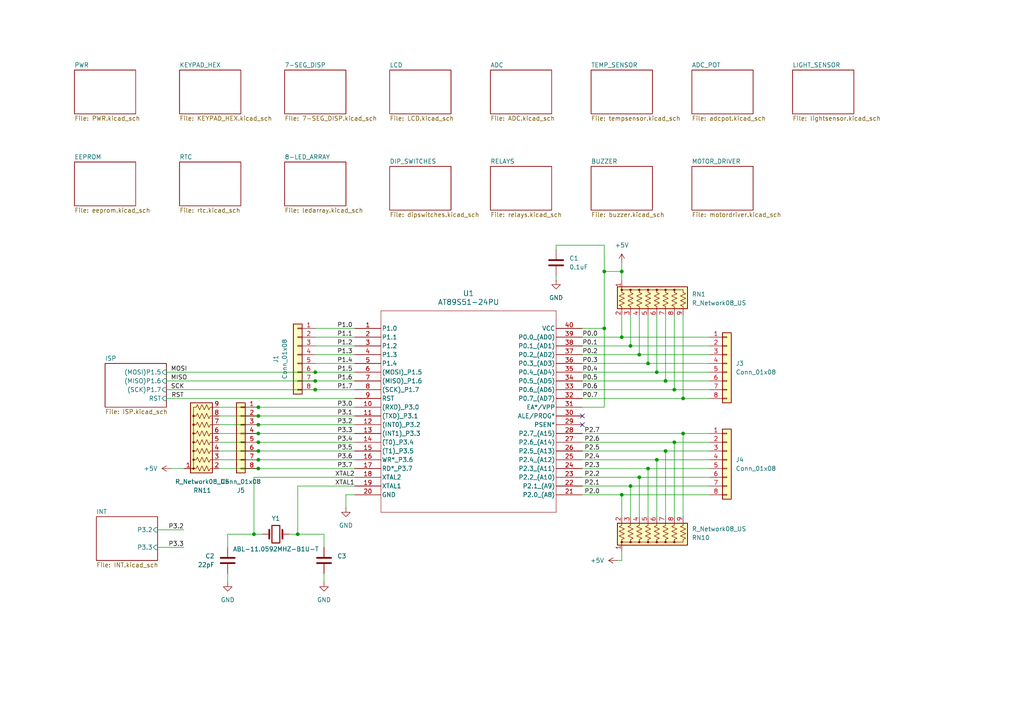
<source format=kicad_sch>
(kicad_sch (version 20250114) (generator "eeschema") (generator_version "9.0")
  (paper "A4")
  (title_block (title "8051 Dev Board") (date "2025-09-20") (company "Momchil Kolev"))
  (lib_symbols
    (symbol "AT89S51_24PU:AT89S51-24PU" (pin_names (offset 0.254))
      (property "Reference" "U" (at 33.02 10.16 0))
      (property "Value" "AT89S51-24PU" (at 33.02 7.62 0))
      (symbol "AT89S51-24PU_0_1"
        (polyline (pts (xy 7.62 5.08) (xy 7.62 -53.34)) (stroke (width 0.127)))
        (polyline (pts (xy 7.62 -53.34) (xy 58.42 -53.34)) (stroke (width 0.127)))
        (polyline (pts (xy 58.42 5.08) (xy 7.62 5.08)) (stroke (width 0.127)))
        (polyline (pts (xy 58.42 -53.34) (xy 58.42 5.08)) (stroke (width 0.127)))
        (pin bidirectional line (at 0 0 0) (length 7.62) (name "P1.0") (number "1"))
        (pin bidirectional line (at 0 -2.54 0) (length 7.62) (name "P1.1") (number "2"))
        (pin bidirectional line (at 0 -5.08 0) (length 7.62) (name "P1.2") (number "3"))
        (pin bidirectional line (at 0 -7.62 0) (length 7.62) (name "P1.3") (number "4"))
        (pin bidirectional line (at 0 -10.16 0) (length 7.62) (name "P1.4") (number "5"))
        (pin bidirectional line (at 0 -12.7 0) (length 7.62) (name "(MOSI)_P1.5") (number "6"))
        (pin bidirectional line (at 0 -15.24 0) (length 7.62) (name "(MISO)_P1.6") (number "7"))
        (pin bidirectional line (at 0 -17.78 0) (length 7.62) (name "(SCK)_P1.7") (number "8"))
        (pin input line (at 0 -20.32 0) (length 7.62) (name "RST") (number "9"))
        (pin bidirectional line (at 0 -22.86 0) (length 7.62) (name "(RXD)_P3.0") (number "10"))
        (pin bidirectional line (at 0 -25.4 0) (length 7.62) (name "(TXD)_P3.1") (number "11"))
        (pin bidirectional line (at 0 -27.94 0) (length 7.62) (name "(INT0)_P3.2") (number "12"))
        (pin bidirectional line (at 0 -30.48 0) (length 7.62) (name "(INT1)_P3.3") (number "13"))
        (pin bidirectional line (at 0 -33.02 0) (length 7.62) (name "(T0)_P3.4") (number "14"))
        (pin bidirectional line (at 0 -35.56 0) (length 7.62) (name "(T1)_P3.5") (number "15"))
        (pin bidirectional line (at 0 -38.1 0) (length 7.62) (name "WR*_P3.6") (number "16"))
        (pin bidirectional line (at 0 -40.64 0) (length 7.62) (name "RD*_P3.7") (number "17"))
        (pin output line (at 0 -43.18 0) (length 7.62) (name "XTAL2") (number "18"))
        (pin input line (at 0 -45.72 0) (length 7.62) (name "XTAL1") (number "19"))
        (pin power_in line (at 0 -48.26 0) (length 7.62) (name "GND") (number "20"))
        (pin power_in line (at 66.04 0 180) (length 7.62) (name "VCC") (number "40"))
        (pin bidirectional line (at 66.04 -2.54 180) (length 7.62) (name "P0.0_(AD0)") (number "39"))
        (pin bidirectional line (at 66.04 -5.08 180) (length 7.62) (name "P0.1_(AD1)") (number "38"))
        (pin bidirectional line (at 66.04 -7.62 180) (length 7.62) (name "P0.2_(AD2)") (number "37"))
        (pin bidirectional line (at 66.04 -10.16 180) (length 7.62) (name "P0.3_(AD3)") (number "36"))
        (pin bidirectional line (at 66.04 -12.7 180) (length 7.62) (name "P0.4_(AD4)") (number "35"))
        (pin bidirectional line (at 66.04 -15.24 180) (length 7.62) (name "P0.5_(AD5)") (number "34"))
        (pin bidirectional line (at 66.04 -17.78 180) (length 7.62) (name "P0.6_(AD6)") (number "33"))
        (pin bidirectional line (at 66.04 -20.32 180) (length 7.62) (name "P0.7_(AD7)") (number "32"))
        (pin power_in line (at 66.04 -22.86 180) (length 7.62) (name "EA*/VPP") (number "31"))
        (pin output line (at 66.04 -25.4 180) (length 7.62) (name "ALE/PROG*") (number "30"))
        (pin output line (at 66.04 -27.94 180) (length 7.62) (name "PSEN*") (number "29"))
        (pin bidirectional line (at 66.04 -30.48 180) (length 7.62) (name "P2.7_(A15)") (number "28"))
        (pin bidirectional line (at 66.04 -33.02 180) (length 7.62) (name "P2.6_(A14)") (number "27"))
        (pin bidirectional line (at 66.04 -35.56 180) (length 7.62) (name "P2.5_(A13)") (number "26"))
        (pin bidirectional line (at 66.04 -38.1 180) (length 7.62) (name "P2.4_(A12)") (number "25"))
        (pin bidirectional line (at 66.04 -40.64 180) (length 7.62) (name "P2.3_(A11)") (number "24"))
        (pin bidirectional line (at 66.04 -43.18 180) (length 7.62) (name "P2.2_(A10)") (number "23"))
        (pin bidirectional line (at 66.04 -45.72 180) (length 7.62) (name "P2.1_(A9)") (number "22"))
        (pin bidirectional line (at 66.04 -48.26 180) (length 7.62) (name "P2.0_(A8)") (number "21"))
      )
    )
    (symbol "Connector_Generic:Conn_01x08" (pin_names (offset 1.016) (hide yes))
      (property "Reference" "J" (at 0 10.16 0))
      (property "Value" "Conn_01x08" (at 0 -12.7 0))
      (symbol "Conn_01x08_1_1"
        (rectangle (start -1.27 8.89) (end 1.27 -11.43) (stroke (width 0.254)) (fill (type background)))
        (rectangle (start -1.27 7.747) (end 0 7.493) (stroke (width 0.1524)))
        (rectangle (start -1.27 5.207) (end 0 4.953) (stroke (width 0.1524)))
        (rectangle (start -1.27 2.667) (end 0 2.413) (stroke (width 0.1524)))
        (rectangle (start -1.27 0.127) (end 0 -0.127) (stroke (width 0.1524)))
        (rectangle (start -1.27 -2.413) (end 0 -2.667) (stroke (width 0.1524)))
        (rectangle (start -1.27 -4.953) (end 0 -5.207) (stroke (width 0.1524)))
        (rectangle (start -1.27 -7.493) (end 0 -7.747) (stroke (width 0.1524)))
        (rectangle (start -1.27 -10.033) (end 0 -10.287) (stroke (width 0.1524)))
        (pin passive line (at -5.08 7.62 0) (length 3.81) (name "Pin_1") (number "1"))
        (pin passive line (at -5.08 5.08 0) (length 3.81) (name "Pin_2") (number "2"))
        (pin passive line (at -5.08 2.54 0) (length 3.81) (name "Pin_3") (number "3"))
        (pin passive line (at -5.08 0 0) (length 3.81) (name "Pin_4") (number "4"))
        (pin passive line (at -5.08 -2.54 0) (length 3.81) (name "Pin_5") (number "5"))
        (pin passive line (at -5.08 -5.08 0) (length 3.81) (name "Pin_6") (number "6"))
        (pin passive line (at -5.08 -7.62 0) (length 3.81) (name "Pin_7") (number "7"))
        (pin passive line (at -5.08 -10.16 0) (length 3.81) (name "Pin_8") (number "8"))
      )
    )
    (symbol "Device:C" (pin_numbers (hide yes)) (pin_names (offset 0.254))
      (property "Reference" "C" (at 0.635 2.54 0))
      (property "Value" "C" (at 0.635 -2.54 0))
      (symbol "C_0_1"
        (polyline (pts (xy -2.032 0.762) (xy 2.032 0.762)) (stroke (width 0.508)))
        (polyline (pts (xy -2.032 -0.762) (xy 2.032 -0.762)) (stroke (width 0.508)))
      )
      (symbol "C_1_1"
        (pin passive line (at 0 3.81 270) (length 2.794) (name "~") (number "1"))
        (pin passive line (at 0 -3.81 90) (length 2.794) (name "~") (number "2"))
      )
    )
    (symbol "Device:Crystal" (pin_numbers (hide yes)) (pin_names (offset 1.016) (hide yes))
      (property "Reference" "Y" (at 0 3.81 0))
      (property "Value" "Crystal" (at 0 -3.81 0))
      (symbol "Crystal_0_1"
        (polyline (pts (xy -2.54 0) (xy -1.905 0)))
        (polyline (pts (xy -1.905 -1.27) (xy -1.905 1.27)) (stroke (width 0.508)))
        (rectangle (start -1.143 2.54) (end 1.143 -2.54) (stroke (width 0.3048)))
        (polyline (pts (xy 1.905 -1.27) (xy 1.905 1.27)) (stroke (width 0.508)))
        (polyline (pts (xy 2.54 0) (xy 1.905 0)))
      )
      (symbol "Crystal_1_1"
        (pin passive line (at -3.81 0 0) (length 1.27) (name "1") (number "1"))
        (pin passive line (at 3.81 0 180) (length 1.27) (name "2") (number "2"))
      )
    )
    (symbol "Device:R_Network08_US" (pin_names (offset 0) (hide yes))
      (property "Reference" "RN" (at -12.7 0 90))
      (property "Value" "R_Network08_US" (at 10.16 0 90))
      (symbol "R_Network08_US_0_1"
        (rectangle (start -11.43 -3.175) (end 8.89 3.175) (stroke (width 0.254)) (fill (type background)))
        (circle (center -10.16 2.286) (radius 0.254) (fill (type outline)))
        (polyline (pts (xy -10.16 2.286) (xy 7.62 2.286)))
        (polyline (pts (xy -10.16 2.286) (xy -10.16 1.524) (xy -9.398 1.1684) (xy -10.922 0.508) (xy -9.398 -0.1524) (xy -10.922 -0.8382) (xy -9.398 -1.524) (xy -10.922 -2.1844) (xy -10.16 -2.54) (xy -10.16 -3.81)))
        (circle (center -7.62 2.286) (radius 0.254) (fill (type outline)))
        (polyline (pts (xy -7.62 2.286) (xy -7.62 1.524) (xy -6.858 1.1684) (xy -8.382 0.508) (xy -6.858 -0.1524) (xy -8.382 -0.8382) (xy -6.858 -1.524) (xy -8.382 -2.1844) (xy -7.62 -2.54) (xy -7.62 -3.81)))
        (circle (center -5.08 2.286) (radius 0.254) (fill (type outline)))
        (polyline (pts (xy -5.08 2.286) (xy -5.08 1.524) (xy -4.318 1.1684) (xy -5.842 0.508) (xy -4.318 -0.1524) (xy -5.842 -0.8382) (xy -4.318 -1.524) (xy -5.842 -2.1844) (xy -5.08 -2.54) (xy -5.08 -3.81)))
        (circle (center -2.54 2.286) (radius 0.254) (fill (type outline)))
        (polyline (pts (xy -2.54 2.286) (xy -2.54 1.524) (xy -1.778 1.1684) (xy -3.302 0.508) (xy -1.778 -0.1524) (xy -3.302 -0.8382) (xy -1.778 -1.524) (xy -3.302 -2.1844) (xy -2.54 -2.54) (xy -2.54 -3.81)))
        (circle (center 0 2.286) (radius 0.254) (fill (type outline)))
        (polyline (pts (xy 0 2.286) (xy 0 1.524) (xy 0.762 1.1684) (xy -0.762 0.508) (xy 0.762 -0.1524) (xy -0.762 -0.8382) (xy 0.762 -1.524) (xy -0.762 -2.1844) (xy 0 -2.54) (xy 0 -3.81)))
        (polyline (pts (xy 2.54 2.286) (xy 2.54 1.524) (xy 3.302 1.1684) (xy 1.778 0.508) (xy 3.302 -0.1524) (xy 1.778 -0.8382) (xy 3.302 -1.524) (xy 1.778 -2.1844) (xy 2.54 -2.54) (xy 2.54 -3.81)))
        (circle (center 2.54 2.286) (radius 0.254) (fill (type outline)))
        (polyline (pts (xy 5.08 2.286) (xy 5.08 1.524) (xy 5.842 1.1684) (xy 4.318 0.508) (xy 5.842 -0.1524) (xy 4.318 -0.8382) (xy 5.842 -1.524) (xy 4.318 -2.1844) (xy 5.08 -2.54) (xy 5.08 -3.81)))
        (circle (center 5.08 2.286) (radius 0.254) (fill (type outline)))
        (polyline (pts (xy 7.62 2.286) (xy 7.62 1.524) (xy 8.382 1.1684) (xy 6.858 0.508) (xy 8.382 -0.1524) (xy 6.858 -0.8382) (xy 8.382 -1.524) (xy 6.858 -2.1844) (xy 7.62 -2.54) (xy 7.62 -3.81)))
      )
      (symbol "R_Network08_US_1_1"
        (pin passive line (at -10.16 5.08 270) (length 2.54) (name "common") (number "1"))
        (pin passive line (at -10.16 -5.08 90) (length 1.27) (name "R1") (number "2"))
        (pin passive line (at -7.62 -5.08 90) (length 1.27) (name "R2") (number "3"))
        (pin passive line (at -5.08 -5.08 90) (length 1.27) (name "R3") (number "4"))
        (pin passive line (at -2.54 -5.08 90) (length 1.27) (name "R4") (number "5"))
        (pin passive line (at 0 -5.08 90) (length 1.27) (name "R5") (number "6"))
        (pin passive line (at 2.54 -5.08 90) (length 1.27) (name "R6") (number "7"))
        (pin passive line (at 5.08 -5.08 90) (length 1.27) (name "R7") (number "8"))
        (pin passive line (at 7.62 -5.08 90) (length 1.27) (name "R8") (number "9"))
      )
    )
    (symbol "power:+5V" (power) (pin_numbers (hide yes)) (pin_names (offset 0) (hide yes))
      (property "Value" "+5V" (at 0 3.556 0))
      (symbol "+5V_0_1"
        (polyline (pts (xy -0.762 1.27) (xy 0 2.54)))
        (polyline (pts (xy 0 2.54) (xy 0.762 1.27)))
        (polyline (pts (xy 0 0) (xy 0 2.54)))
      )
      (symbol "+5V_1_1"
        (pin power_in line (at 0 0 90) (length 0) (name "~") (number "1"))
      )
    )
    (symbol "power:GND" (power) (pin_numbers (hide yes)) (pin_names (offset 0) (hide yes))
      (property "Value" "GND" (at 0 -3.81 0))
      (symbol "GND_0_1"
        (polyline (pts (xy 0 0) (xy 0 -1.27) (xy 1.27 -1.27) (xy 0 -2.54) (xy -1.27 -1.27) (xy 0 -1.27)))
      )
      (symbol "GND_1_1"
        (pin power_in line (at 0 0 270) (length 0) (name "~") (number "1"))
      )
    )
  )
  (junction (at 187.96 135.89))
  (junction (at 73.66 154.94))
  (junction (at 74.93 120.65))
  (junction (at 195.58 128.27))
  (junction (at 193.04 110.49))
  (junction (at 74.93 125.73))
  (junction (at 190.5 107.95))
  (junction (at 74.93 133.35))
  (junction (at 185.42 138.43))
  (junction (at 182.88 100.33))
  (junction (at 180.34 143.51))
  (junction (at 198.12 115.57))
  (junction (at 86.36 154.94))
  (junction (at 91.44 113.03))
  (junction (at 91.44 107.95))
  (junction (at 185.42 102.87))
  (junction (at 198.12 125.73))
  (junction (at 195.58 113.03))
  (junction (at 187.96 105.41))
  (junction (at 74.93 135.89))
  (junction (at 175.26 95.25))
  (junction (at 91.44 110.49))
  (junction (at 180.34 97.79))
  (junction (at 74.93 128.27))
  (junction (at 74.93 118.11))
  (junction (at 182.88 140.97))
  (junction (at 74.93 130.81))
  (junction (at 193.04 130.81))
  (junction (at 74.93 123.19))
  (junction (at 180.34 78.74))
  (junction (at 190.5 133.35))
  (junction (at 175.26 78.74))
  (no_connect (at 168.91 123.19))
  (no_connect (at 168.91 120.65))
  (wire (pts (xy 185.42 149.86) (xy 185.42 138.43)))
  (wire (pts (xy 198.12 115.57) (xy 205.74 115.57)))
  (wire (pts (xy 168.91 115.57) (xy 198.12 115.57)))
  (wire (pts (xy 195.58 149.86) (xy 195.58 128.27)))
  (wire (pts (xy 168.91 97.79) (xy 180.34 97.79)))
  (wire (pts (xy 66.04 154.94) (xy 66.04 158.75)))
  (wire (pts (xy 168.91 113.03) (xy 195.58 113.03)))
  (wire (pts (xy 168.91 105.41) (xy 187.96 105.41)))
  (wire (pts (xy 190.5 149.86) (xy 190.5 133.35)))
  (wire (pts (xy 185.42 102.87) (xy 205.74 102.87)))
  (wire (pts (xy 102.87 140.97) (xy 86.36 140.97)))
  (wire (pts (xy 74.93 135.89) (xy 102.87 135.89)))
  (wire (pts (xy 193.04 130.81) (xy 205.74 130.81)))
  (wire (pts (xy 91.44 105.41) (xy 102.87 105.41)))
  (wire (pts (xy 93.98 166.37) (xy 93.98 168.91)))
  (wire (pts (xy 74.93 128.27) (xy 102.87 128.27)))
  (wire (pts (xy 190.5 91.44) (xy 190.5 107.95)))
  (wire (pts (xy 193.04 110.49) (xy 205.74 110.49)))
  (wire (pts (xy 49.53 135.89) (xy 53.34 135.89)))
  (wire (pts (xy 73.66 138.43) (xy 73.66 154.94)))
  (wire (pts (xy 175.26 71.12) (xy 175.26 78.74)))
  (wire (pts (xy 182.88 100.33) (xy 205.74 100.33)))
  (wire (pts (xy 187.96 91.44) (xy 187.96 105.41)))
  (wire (pts (xy 45.72 158.75) (xy 53.34 158.75)))
  (wire (pts (xy 74.93 130.81) (xy 102.87 130.81)))
  (wire (pts (xy 63.5 133.35) (xy 74.93 133.35)))
  (wire (pts (xy 91.44 100.33) (xy 102.87 100.33)))
  (wire (pts (xy 193.04 149.86) (xy 193.04 130.81)))
  (wire (pts (xy 168.91 102.87) (xy 185.42 102.87)))
  (wire (pts (xy 63.5 118.11) (xy 74.93 118.11)))
  (wire (pts (xy 91.44 113.03) (xy 102.87 113.03)))
  (wire (pts (xy 63.5 120.65) (xy 74.93 120.65)))
  (wire (pts (xy 187.96 149.86) (xy 187.96 135.89)))
  (wire (pts (xy 161.29 71.12) (xy 161.29 72.39)))
  (wire (pts (xy 180.34 76.2) (xy 180.34 78.74)))
  (wire (pts (xy 48.26 110.49) (xy 91.44 110.49)))
  (wire (pts (xy 74.93 125.73) (xy 102.87 125.73)))
  (wire (pts (xy 195.58 91.44) (xy 195.58 113.03)))
  (wire (pts (xy 168.91 100.33) (xy 182.88 100.33)))
  (wire (pts (xy 168.91 107.95) (xy 190.5 107.95)))
  (wire (pts (xy 187.96 135.89) (xy 205.74 135.89)))
  (wire (pts (xy 74.93 120.65) (xy 102.87 120.65)))
  (wire (pts (xy 74.93 133.35) (xy 102.87 133.35)))
  (wire (pts (xy 185.42 91.44) (xy 185.42 102.87)))
  (wire (pts (xy 76.2 154.94) (xy 73.66 154.94)))
  (wire (pts (xy 168.91 140.97) (xy 182.88 140.97)))
  (wire (pts (xy 190.5 133.35) (xy 205.74 133.35)))
  (wire (pts (xy 193.04 91.44) (xy 193.04 110.49)))
  (wire (pts (xy 83.82 154.94) (xy 86.36 154.94)))
  (wire (pts (xy 175.26 78.74) (xy 180.34 78.74)))
  (wire (pts (xy 48.26 115.57) (xy 102.87 115.57)))
  (wire (pts (xy 180.34 149.86) (xy 180.34 143.51)))
  (wire (pts (xy 100.33 143.51) (xy 102.87 143.51)))
  (wire (pts (xy 100.33 147.32) (xy 100.33 143.51)))
  (wire (pts (xy 74.93 118.11) (xy 102.87 118.11)))
  (wire (pts (xy 102.87 138.43) (xy 73.66 138.43)))
  (wire (pts (xy 66.04 154.94) (xy 73.66 154.94)))
  (wire (pts (xy 168.91 128.27) (xy 195.58 128.27)))
  (wire (pts (xy 161.29 80.01) (xy 161.29 81.28)))
  (wire (pts (xy 180.34 78.74) (xy 180.34 81.28)))
  (wire (pts (xy 198.12 149.86) (xy 198.12 125.73)))
  (wire (pts (xy 93.98 154.94) (xy 93.98 158.75)))
  (wire (pts (xy 63.5 123.19) (xy 74.93 123.19)))
  (wire (pts (xy 86.36 140.97) (xy 86.36 154.94)))
  (wire (pts (xy 63.5 135.89) (xy 74.93 135.89)))
  (wire (pts (xy 195.58 113.03) (xy 205.74 113.03)))
  (wire (pts (xy 198.12 125.73) (xy 205.74 125.73)))
  (wire (pts (xy 86.36 154.94) (xy 93.98 154.94)))
  (wire (pts (xy 168.91 125.73) (xy 198.12 125.73)))
  (wire (pts (xy 190.5 107.95) (xy 205.74 107.95)))
  (wire (pts (xy 168.91 110.49) (xy 193.04 110.49)))
  (wire (pts (xy 175.26 95.25) (xy 175.26 118.11)))
  (wire (pts (xy 175.26 78.74) (xy 175.26 95.25)))
  (wire (pts (xy 91.44 107.95) (xy 102.87 107.95)))
  (wire (pts (xy 63.5 125.73) (xy 74.93 125.73)))
  (wire (pts (xy 66.04 166.37) (xy 66.04 168.91)))
  (wire (pts (xy 182.88 91.44) (xy 182.88 100.33)))
  (wire (pts (xy 180.34 143.51) (xy 205.74 143.51)))
  (wire (pts (xy 195.58 128.27) (xy 205.74 128.27)))
  (wire (pts (xy 179.07 162.56) (xy 180.34 162.56)))
  (wire (pts (xy 48.26 113.03) (xy 91.44 113.03)))
  (wire (pts (xy 180.34 162.56) (xy 180.34 160.02)))
  (wire (pts (xy 91.44 95.25) (xy 102.87 95.25)))
  (wire (pts (xy 168.91 130.81) (xy 193.04 130.81)))
  (wire (pts (xy 168.91 133.35) (xy 190.5 133.35)))
  (wire (pts (xy 48.26 107.95) (xy 91.44 107.95)))
  (wire (pts (xy 168.91 135.89) (xy 187.96 135.89)))
  (wire (pts (xy 91.44 102.87) (xy 102.87 102.87)))
  (wire (pts (xy 91.44 97.79) (xy 102.87 97.79)))
  (wire (pts (xy 74.93 123.19) (xy 102.87 123.19)))
  (wire (pts (xy 185.42 138.43) (xy 205.74 138.43)))
  (wire (pts (xy 182.88 140.97) (xy 205.74 140.97)))
  (wire (pts (xy 182.88 149.86) (xy 182.88 140.97)))
  (wire (pts (xy 168.91 138.43) (xy 185.42 138.43)))
  (wire (pts (xy 180.34 97.79) (xy 205.74 97.79)))
  (wire (pts (xy 63.5 130.81) (xy 74.93 130.81)))
  (wire (pts (xy 63.5 128.27) (xy 74.93 128.27)))
  (wire (pts (xy 45.72 153.67) (xy 53.34 153.67)))
  (wire (pts (xy 175.26 71.12) (xy 161.29 71.12)))
  (wire (pts (xy 168.91 143.51) (xy 180.34 143.51)))
  (wire (pts (xy 91.44 110.49) (xy 102.87 110.49)))
  (wire (pts (xy 187.96 105.41) (xy 205.74 105.41)))
  (wire (pts (xy 180.34 91.44) (xy 180.34 97.79)))
  (wire (pts (xy 168.91 118.11) (xy 175.26 118.11)))
  (wire (pts (xy 198.12 91.44) (xy 198.12 115.57)))
  (wire (pts (xy 168.91 95.25) (xy 175.26 95.25)))
  (label "P1.3" (at 97.79 102.87 0))
  (label "P1.6" (at 97.79 110.49 0))
  (label "P0.5" (at 168.91 110.49 0))
  (label "SCK" (at 49.53 113.03 0))
  (label "P3.0" (at 97.79 118.11 0))
  (label "P3.3" (at 53.34 158.75 180))
  (label "P0.7" (at 168.91 115.57 0))
  (label "P3.3" (at 97.79 125.73 0))
  (label "P2.7" (at 173.99 125.73 180))
  (label "P3.7" (at 97.79 135.89 0))
  (label "P1.7" (at 97.79 113.03 0))
  (label "P2.2" (at 173.99 138.43 180))
  (label "XTAL1" (at 102.87 140.97 180))
  (label "P2.5" (at 173.99 130.81 180))
  (label "MOSI" (at 49.53 107.95 0))
  (label "RST" (at 53.34 115.57 180))
  (label "P2.6" (at 173.99 128.27 180))
  (label "P2.1" (at 173.99 140.97 180))
  (label "P0.1" (at 168.91 100.33 0))
  (label "P1.5" (at 97.79 107.95 0))
  (label "P0.2" (at 168.91 102.87 0))
  (label "P0.3" (at 168.91 105.41 0))
  (label "P3.2" (at 97.79 123.19 0))
  (label "P3.5" (at 97.79 130.81 0))
  (label "P2.3" (at 173.99 135.89 180))
  (label "P0.4" (at 168.91 107.95 0))
  (label "XTAL2" (at 102.87 138.43 180))
  (label "P2.0" (at 173.99 143.51 180))
  (label "P2.4" (at 173.99 133.35 180))
  (label "P1.4" (at 97.79 105.41 0))
  (label "P3.2" (at 53.34 153.67 180))
  (label "P3.1" (at 97.79 120.65 0))
  (label "P3.4" (at 97.79 128.27 0))
  (label "P1.1" (at 97.79 97.79 0))
  (label "P1.2" (at 97.79 100.33 0))
  (label "P1.0" (at 97.79 95.25 0))
  (label "P0.6" (at 168.91 113.03 0))
  (label "P0.0" (at 168.91 97.79 0))
  (label "MISO" (at 49.53 110.49 0))
  (label "P3.6" (at 97.79 133.35 0))
  (symbol (lib_id "power:+5V") (at 179.07 162.56 90) (unit 1)
    (property "Reference" "#PWR031" (effects (hide yes)))
    (property "Value" "+5V" (at 175.26 162.5599 90) (effects (justify left)))
    (property "Description" "Power symbol creates a global label with name \"+5V\"" (effects (hide yes)))
  )
  (symbol (lib_id "power:+5V") (at 49.53 135.89 90) (unit 1)
    (property "Reference" "#PWR032" (effects (hide yes)))
    (property "Value" "+5V" (at 45.72 135.8899 90) (effects (justify left)))
    (property "Description" "Power symbol creates a global label with name \"+5V\"" (effects (hide yes)))
  )
  (symbol (lib_id "Device:R_Network08_US") (at 190.5 86.36 0) (unit 1)
    (property "Reference" "RN1" (at 200.66 85.3439 0) (effects (justify left)))
    (property "Value" "R_Network08_US" (at 200.66 87.8839 0) (effects (justify left)))
    (property "Footprint" "Resistor_THT:R_Array_SIP9" (effects (hide yes)))
    (property "Datasheet" "http://www.vishay.com/docs/31509/csc.pdf" (effects (hide yes)))
    (property "Description" "8 resistor network, star topology, bussed resistors, small US symbol" (effects (hide yes)))
  )
  (symbol (lib_id "Connector_Generic:Conn_01x08") (at 69.85 125.73 0) (mirror y) (unit 1)
    (property "Reference" "J5" (at 69.85 142.24 0))
    (property "Value" "Conn_01x08" (at 69.85 139.7 0))
    (property "Footprint" "Connector_PinHeader_2.54mm:PinHeader_1x08_P2.54mm_Vertical" (effects (hide yes)))
    (property "Description" "Generic connector, single row, 01x08, script generated (kicad-library-utils/schlib/autogen/connector/)" (effects (hide yes)))
  )
  (symbol (lib_id "power:GND") (at 100.33 147.32 0) (unit 1)
    (property "Reference" "#PWR02" (effects (hide yes)))
    (property "Value" "GND" (at 100.33 152.4 0))
    (property "Description" "Power symbol creates a global label with name \"GND\" , ground" (effects (hide yes)))
  )
  (symbol (lib_id "Connector_Generic:Conn_01x08") (at 86.36 102.87 0) (mirror y) (unit 1)
    (property "Reference" "J1" (at 80.01 104.14 90))
    (property "Value" "Conn_01x08" (at 82.55 104.14 90))
    (property "Footprint" "Connector_PinHeader_2.54mm:PinHeader_1x08_P2.54mm_Vertical" (effects (hide yes)))
    (property "Description" "Generic connector, single row, 01x08, script generated (kicad-library-utils/schlib/autogen/connector/)" (effects (hide yes)))
  )
  (symbol (lib_id "power:+5V") (at 180.34 76.2 0) (unit 1)
    (property "Reference" "#PWR013" (effects (hide yes)))
    (property "Value" "+5V" (at 180.34 71.12 0))
    (property "Description" "Power symbol creates a global label with name \"+5V\"" (effects (hide yes)))
  )
  (symbol (lib_id "Device:C") (at 93.98 162.56 0) (unit 1)
    (property "Reference" "C3" (at 97.79 161.2899 0) (effects (justify left)))
    (property "Value" "2pF" (effects (hide yes)))
    (property "Footprint" "Capacitor_SMD:C_1206_3216Metric_Pad1.33x1.80mm_HandSolder" (effects (hide yes)))
    (property "Description" "Unpolarized capacitor" (effects (hide yes)))
  )
  (symbol (lib_id "power:GND") (at 66.04 168.91 0) (unit 1)
    (property "Reference" "#PWR04" (effects (hide yes)))
    (property "Value" "GND" (at 66.04 173.99 0))
    (property "Description" "Power symbol creates a global label with name \"GND\" , ground" (effects (hide yes)))
  )
  (symbol (lib_id "Connector_Generic:Conn_01x08") (at 210.82 133.35 0) (unit 1)
    (property "Reference" "J4" (at 213.36 133.3499 0) (effects (justify left)))
    (property "Value" "Conn_01x08" (at 213.36 135.8899 0) (effects (justify left)))
    (property "Footprint" "Connector_PinHeader_2.54mm:PinHeader_1x08_P2.54mm_Vertical" (effects (hide yes)))
    (property "Description" "Generic connector, single row, 01x08, script generated (kicad-library-utils/schlib/autogen/connector/)" (effects (hide yes)))
  )
  (symbol (lib_id "Device:C") (at 66.04 162.56 0) (mirror y) (unit 1)
    (property "Reference" "C2" (at 62.23 161.2899 0) (effects (justify left)))
    (property "Value" "22pF" (at 62.23 163.8299 0) (effects (justify left)))
    (property "Footprint" "Capacitor_SMD:C_1206_3216Metric_Pad1.33x1.80mm_HandSolder" (effects (hide yes)))
    (property "Description" "Unpolarized capacitor" (effects (hide yes)))
  )
  (symbol (lib_id "Device:Crystal") (at 80.01 154.94 0) (unit 1)
    (property "Reference" "Y1" (at 80.01 150.368 0))
    (property "Value" "ABL-11.0592MHZ-B1U-T" (at 80.01 159.258 0))
    (property "Footprint" "Crystal:Crystal_HC49-4H_Vertical" (effects (hide yes)))
    (property "Description" "Two pin crystal" (effects (hide yes)))
  )
  (symbol (lib_id "Device:C") (at 161.29 76.2 0) (unit 1)
    (property "Reference" "C1" (at 165.1 74.9299 0) (effects (justify left)))
    (property "Value" "0.1uF" (at 165.1 77.4699 0) (effects (justify left)))
    (property "Footprint" "Capacitor_SMD:C_1206_3216Metric_Pad1.33x1.80mm_HandSolder" (effects (hide yes)))
    (property "Description" "Unpolarized capacitor" (effects (hide yes)))
  )
  (symbol (lib_id "power:GND") (at 161.29 81.28 0) (unit 1)
    (property "Reference" "#PWR01" (effects (hide yes)))
    (property "Value" "GND" (at 161.29 86.36 0))
    (property "Description" "Power symbol creates a global label with name \"GND\" , ground" (effects (hide yes)))
  )
  (symbol (lib_id "Device:R_Network08_US") (at 58.42 125.73 90) (unit 1)
    (property "Reference" "RN11" (at 58.674 142.24 90))
    (property "Value" "R_Network08_US" (at 58.674 139.7 90))
    (property "Footprint" "Resistor_THT:R_Array_SIP9" (effects (hide yes)))
    (property "Datasheet" "http://www.vishay.com/docs/31509/csc.pdf" (effects (hide yes)))
    (property "Description" "8 resistor network, star topology, bussed resistors, small US symbol" (effects (hide yes)))
  )
  (symbol (lib_id "Device:R_Network08_US") (at 190.5 154.94 0) (mirror x) (unit 1)
    (property "Reference" "RN10" (at 200.66 155.9561 0) (effects (justify left)))
    (property "Value" "R_Network08_US" (at 200.66 153.4161 0) (effects (justify left)))
    (property "Footprint" "Resistor_THT:R_Array_SIP9" (effects (hide yes)))
    (property "Datasheet" "http://www.vishay.com/docs/31509/csc.pdf" (effects (hide yes)))
    (property "Description" "8 resistor network, star topology, bussed resistors, small US symbol" (effects (hide yes)))
  )
  (symbol (lib_id "power:GND") (at 93.98 168.91 0) (unit 1)
    (property "Reference" "#PWR03" (effects (hide yes)))
    (property "Value" "GND" (at 93.98 173.99 0))
    (property "Description" "Power symbol creates a global label with name \"GND\" , ground" (effects (hide yes)))
  )
  (symbol (lib_id "AT89S51_24PU:AT89S51-24PU") (at 102.87 95.25 0) (unit 1)
    (property "Reference" "U1" (at 135.89 85.09 0) (effects (font (size 1.524 1.524))))
    (property "Value" "AT89S51-24PU" (at 135.89 87.63 0) (effects (font (size 1.524 1.524))))
    (property "Footprint" "imports:40P6_ATM" (effects (hide yes)))
    (property "Datasheet" "AT89S51-24PU" (effects (hide yes)))
  )
  (symbol (lib_id "Connector_Generic:Conn_01x08") (at 210.82 105.41 0) (unit 1)
    (property "Reference" "J3" (at 213.36 105.4099 0) (effects (justify left)))
    (property "Value" "Conn_01x08" (at 213.36 107.9499 0) (effects (justify left)))
    (property "Footprint" "Connector_PinHeader_2.54mm:PinHeader_1x08_P2.54mm_Vertical" (effects (hide yes)))
    (property "Description" "Generic connector, single row, 01x08, script generated (kicad-library-utils/schlib/autogen/connector/)" (effects (hide yes)))
  )
  (sheet (at 82.55 46.99) (size 17.78 12.7) (stroke (width 0.1524))
    (property "Sheetname" "8-LED_ARRAY" (at 82.55 46.2784 0) (effects (justify left bottom)))
    (property "Sheetfile" "ledarray.kicad_sch" (at 82.55 60.2746 0) (effects (justify left top)))
  )
  (sheet (at 113.03 48.26) (size 17.78 12.7) (stroke (width 0.1524))
    (property "Sheetname" "DIP_SWITCHES" (at 113.03 47.5484 0) (effects (justify left bottom)))
    (property "Sheetfile" "dipswitches.kicad_sch" (at 113.03 61.5446 0) (effects (justify left top)))
  )
  (sheet (at 21.59 20.32) (size 17.78 12.7) (stroke (width 0.1524))
    (property "Sheetname" "PWR" (at 21.59 19.6084 0) (effects (justify left bottom)))
    (property "Sheetfile" "PWR.kicad_sch" (at 21.59 33.6046 0) (effects (justify left top)))
  )
  (sheet (at 142.24 20.32) (size 17.78 12.7) (stroke (width 0.1524))
    (property "Sheetname" "ADC" (at 142.24 19.6084 0) (effects (justify left bottom)))
    (property "Sheetfile" "ADC.kicad_sch" (at 142.24 33.6046 0) (effects (justify left top)))
  )
  (sheet (at 171.45 20.32) (size 17.78 12.7) (stroke (width 0.1524))
    (property "Sheetname" "TEMP_SENSOR" (at 171.45 19.6084 0) (effects (justify left bottom)))
    (property "Sheetfile" "tempsensor.kicad_sch" (at 171.45 33.6046 0) (effects (justify left top)))
  )
  (sheet (at 113.03 20.32) (size 17.78 12.7) (stroke (width 0.1524))
    (property "Sheetname" "LCD" (at 113.03 19.6084 0) (effects (justify left bottom)))
    (property "Sheetfile" "LCD.kicad_sch" (at 113.03 33.6046 0) (effects (justify left top)))
  )
  (sheet (at 27.94 149.86) (size 17.78 12.7) (stroke (width 0.1524))
    (property "Sheetname" "INT" (at 27.94 149.1484 0) (effects (justify left bottom)))
    (property "Sheetfile" "INT.kicad_sch" (at 27.94 163.1446 0) (effects (justify left top)))
    (pin "P3.3" input (at 45.72 158.75 0))
    (pin "P3.2" input (at 45.72 153.67 0))
  )
  (sheet (at 142.24 48.26) (size 17.78 12.7) (stroke (width 0.1524))
    (property "Sheetname" "RELAYS" (at 142.24 47.5484 0) (effects (justify left bottom)))
    (property "Sheetfile" "relays.kicad_sch" (at 142.24 61.5446 0) (effects (justify left top)))
  )
  (sheet (at 200.66 20.32) (size 17.78 12.7) (stroke (width 0.1524))
    (property "Sheetname" "ADC_POT" (at 200.66 19.6084 0) (effects (justify left bottom)))
    (property "Sheetfile" "adcpot.kicad_sch" (at 200.66 33.6046 0) (effects (justify left top)))
  )
  (sheet (at 229.87 20.32) (size 17.78 12.7) (stroke (width 0.1524))
    (property "Sheetname" "LIGHT_SENSOR" (at 229.87 19.6084 0) (effects (justify left bottom)))
    (property "Sheetfile" "lightsensor.kicad_sch" (at 229.87 33.6046 0) (effects (justify left top)))
  )
  (sheet (at 52.07 20.32) (size 17.78 12.7) (stroke (width 0.1524))
    (property "Sheetname" "KEYPAD_HEX" (at 52.07 19.6084 0) (effects (justify left bottom)))
    (property "Sheetfile" "KEYPAD_HEX.kicad_sch" (at 52.07 33.6046 0) (effects (justify left top)))
  )
  (sheet (at 171.45 48.26) (size 17.78 12.7) (stroke (width 0.1524))
    (property "Sheetname" "BUZZER" (at 171.45 47.5484 0) (effects (justify left bottom)))
    (property "Sheetfile" "buzzer.kicad_sch" (at 171.45 61.5446 0) (effects (justify left top)))
  )
  (sheet (at 200.66 48.26) (size 17.78 12.7) (stroke (width 0.1524))
    (property "Sheetname" "MOTOR_DRIVER" (at 200.66 47.5484 0) (effects (justify left bottom)))
    (property "Sheetfile" "motordriver.kicad_sch" (at 200.66 61.5446 0) (effects (justify left top)))
  )
  (sheet (at 30.48 105.41) (size 17.78 12.7) (stroke (width 0.1524))
    (property "Sheetname" "ISP" (at 30.48 104.6984 0) (effects (justify left bottom)))
    (property "Sheetfile" "ISP.kicad_sch" (at 30.48 118.6946 0) (effects (justify left top)))
    (pin "(MISO)P1.6" input (at 48.26 110.49 0))
    (pin "(SCK)P1.7" input (at 48.26 113.03 0))
    (pin "(MOSI)P1.5" input (at 48.26 107.95 0))
    (pin "RST" input (at 48.26 115.57 0))
  )
  (sheet (at 52.07 46.99) (size 17.78 12.7) (stroke (width 0.1524))
    (property "Sheetname" "RTC" (at 52.07 46.2784 0) (effects (justify left bottom)))
    (property "Sheetfile" "rtc.kicad_sch" (at 52.07 60.2746 0) (effects (justify left top)))
  )
  (sheet (at 82.55 20.32) (size 17.78 12.7) (stroke (width 0.1524))
    (property "Sheetname" "7-SEG_DISP" (at 82.55 19.6084 0) (effects (justify left bottom)))
    (property "Sheetfile" "7-SEG_DISP.kicad_sch" (at 82.55 33.6046 0) (effects (justify left top)))
  )
  (sheet (at 21.59 46.99) (size 17.78 12.7) (stroke (width 0.1524))
    (property "Sheetname" "EEPROM" (at 21.59 46.2784 0) (effects (justify left bottom)))
    (property "Sheetfile" "eeprom.kicad_sch" (at 21.59 60.2746 0) (effects (justify left top)))
  )
)
</source>
